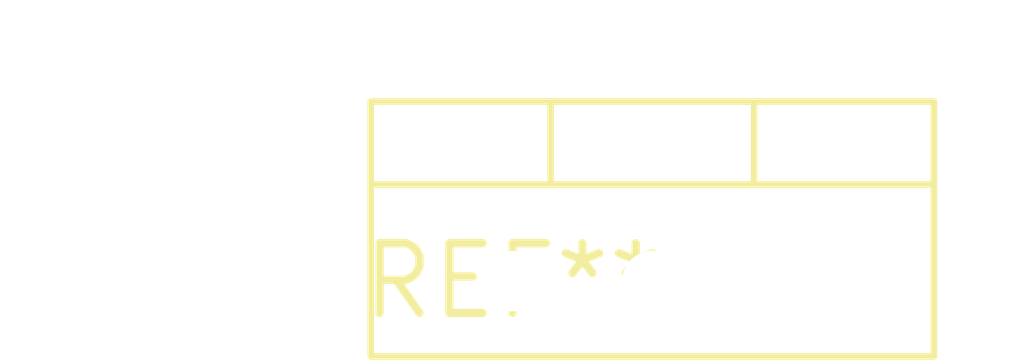
<source format=kicad_pcb>
(kicad_pcb (version 20240108) (generator pcbnew)
  (layers (0 "F.Cu" signal) (31 "B.Cu" signal) (34 "B.Paste" user) (35 "F.Paste" user) (36 "B.SilkS" user "B.Silkscreen") (37 "F.SilkS" user "F.Silkscreen") (38 "B.Mask" user) (39 "F.Mask" user) (44 "Edge.Cuts" user))
  (net 0 "")
  (footprint "TO-220-3_Vertical" (layer "F.Cu") (at 0 0)
    (property "Reference" "REF**")
    (property "Value" "TO-220-3_Vertical")
    (fp_line (start -2.58 -3.27) (end -2.58 1.371) (layer "F.SilkS") (stroke (width 0.12)))
    (fp_line (start -2.58 -3.27) (end 7.66 -3.27) (layer "F.SilkS") (stroke (width 0.12)))
    (fp_line (start -2.58 -1.76) (end 7.66 -1.76) (layer "F.SilkS") (stroke (width 0.12)))
    (fp_line (start -2.58 1.371) (end 7.66 1.371) (layer "F.SilkS") (stroke (width 0.12)))
    (fp_line (start 0.69 -3.27) (end 0.69 -1.76) (layer "F.SilkS") (stroke (width 0.12)))
    (fp_line (start 4.391 -3.27) (end 4.391 -1.76) (layer "F.SilkS") (stroke (width 0.12)))
    (fp_line (start 7.66 -3.27) (end 7.66 1.371) (layer "F.SilkS") (stroke (width 0.12)))
    (pad "1" thru_hole rect (at 0 0) (size 1.905 2) (drill 1.1) (layers *.Cu *.Mask) (remove_unused_layers))
    (pad "2" thru_hole oval (at 2.54 0) (size 1.905 2) (drill 1.1) (layers *.Cu *.Mask) (remove_unused_layers))
    (pad "3" thru_hole oval (at 5.08 0) (size 1.905 2) (drill 1.1) (layers *.Cu *.Mask) (remove_unused_layers))
  )
)
</source>
